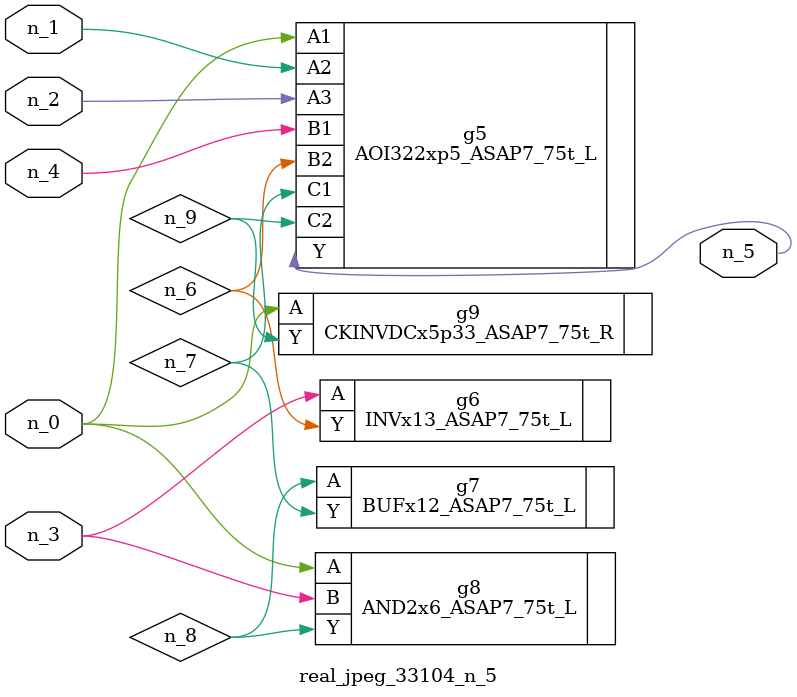
<source format=v>
module real_jpeg_33104_n_5 (n_4, n_0, n_1, n_2, n_3, n_5);

input n_4;
input n_0;
input n_1;
input n_2;
input n_3;

output n_5;

wire n_8;
wire n_6;
wire n_7;
wire n_9;

AOI322xp5_ASAP7_75t_L g5 ( 
.A1(n_0),
.A2(n_1),
.A3(n_2),
.B1(n_4),
.B2(n_6),
.C1(n_7),
.C2(n_9),
.Y(n_5)
);

AND2x6_ASAP7_75t_L g8 ( 
.A(n_0),
.B(n_3),
.Y(n_8)
);

CKINVDCx5p33_ASAP7_75t_R g9 ( 
.A(n_0),
.Y(n_9)
);

INVx13_ASAP7_75t_L g6 ( 
.A(n_3),
.Y(n_6)
);

BUFx12_ASAP7_75t_L g7 ( 
.A(n_8),
.Y(n_7)
);


endmodule
</source>
